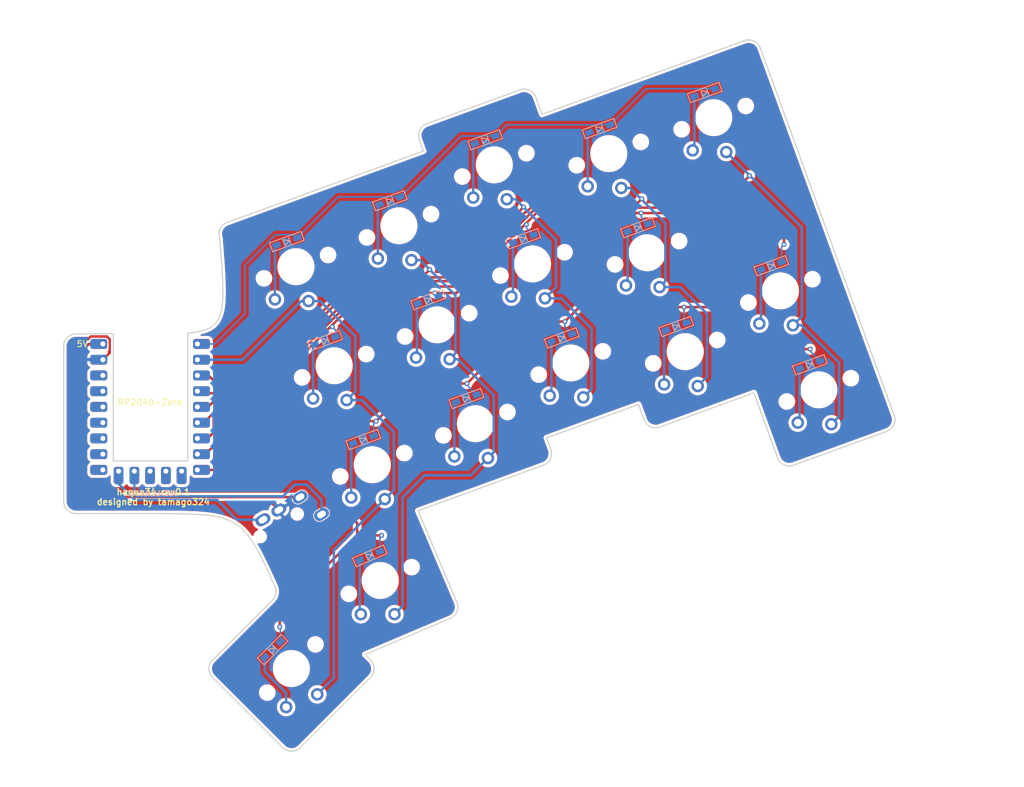
<source format=kicad_pcb>
(kicad_pcb (version 20211014) (generator pcbnew)
  (layers (0 "F.Cu" signal) (31 "B.Cu" signal) (34 "B.Paste" user) (35 "F.Paste" user) (36 "B.SilkS" user "B.Silkscreen") (37 "F.SilkS" user "F.Silkscreen") (38 "B.Mask" user) (39 "F.Mask" user) (44 "Edge.Cuts" user))
  (net 0 "")
  (net 1 "row0")
  (net 2 "Net-(D1-Pad2)")
  (net 3 "Net-(D2-Pad2)")
  (net 4 "Net-(D3-Pad2)")
  (net 5 "Net-(D4-Pad2)")
  (net 6 "Net-(D5-Pad2)")
  (net 7 "row1")
  (net 8 "Net-(D11-Pad2)")
  (net 9 "Net-(D12-Pad2)")
  (net 10 "Net-(D13-Pad2)")
  (net 11 "Net-(D14-Pad2)")
  (net 12 "Net-(D15-Pad2)")
  (net 13 "row2")
  (net 14 "row3")
  (net 15 "data-tx-r")
  (net 16 "data-rx-r")
  (net 17 "GND")
  (net 18 "VCC")
  (net 28 "col2")
  (net 29 "col3")
  (net 30 "col4")
  (net 31 "col1")
  (net 32 "col0")
  (net 34 "Net-(D6-Pad2)")
  (net 35 "Net-(D7-Pad2)")
  (net 36 "Net-(D8-Pad2)")
  (net 37 "Net-(D9-Pad2)")
  (net 38 "Net-(D10-Pad2)")
  (net 39 "Net-(D16-Pad2)")
  (net 40 "Net-(D17-Pad2)")
  (footprint "haqua34:SW_Choc_V2" (layer "F.Cu") (at 110.851843 37.482593 20)
    (fp_text reference "SW4" hide)
    (fp_text value "SW_PUSH")
    (pad "" np_thru_hole circle (at -5.5 0 200) (size 1.7 1.7) (drill 1.7) (layers *.Cu *.Mask))
    (pad "" np_thru_hole circle (at 5.5 0 200) (size 1.7 1.7) (drill 1.7) (layers *.Cu *.Mask))
    (pad "" np_thru_hole circle (at 0 0 200) (size 5 5) (drill 5) (layers F&B.Cu *.Mask))
    (pad "1" thru_hole circle (at 0 5.9 290) (size 2 2) (drill 1.2) (layers *.Cu *.Mask) (net 29 "col3"))
    (pad "2" thru_hole circle (at -5 3.8 200) (size 2 2) (drill 1.2) (layers *.Cu *.Mask) (net 5 "Net-(D4-Pad2)"))
  )
  (footprint "haqua34:Diode_SMD" (layer "F.Cu") (at 75.557046 45.082086 -160)
    (fp_text reference "D2" hide)
    (fp_text value "D" hide)
    (pad "1" smd rect (at -1.775 0 200) (size 1.3 0.95) (layers "B.Cu" "B.Paste" "B.Mask") (net 1 "row0"))
    (pad "2" smd rect (at 1.775 0 200) (size 1.3 0.95) (layers "B.Cu" "B.Paste" "B.Mask") (net 3 "Net-(D2-Pad2)"))
  )
  (footprint "haqua34:SW_Choc_V2" (layer "F.Cu") (at 144.725 75.6 20)
    (fp_text reference "SW15" hide)
    (fp_text value "SW_PUSH")
    (pad "" np_thru_hole circle (at 0 0 200) (size 5 5) (drill 5) (layers F&B.Cu *.Mask))
    (pad "" np_thru_hole circle (at -5.5 0 200) (size 1.7 1.7) (drill 1.7) (layers *.Cu *.Mask))
    (pad "" np_thru_hole circle (at 5.5 0 200) (size 1.7 1.7) (drill 1.7) (layers *.Cu *.Mask))
    (pad "1" thru_hole circle (at 0 5.9 290) (size 2 2) (drill 1.2) (layers *.Cu *.Mask) (net 30 "col4"))
    (pad "2" thru_hole circle (at -5 3.8 200) (size 2 2) (drill 1.2) (layers *.Cu *.Mask) (net 12 "Net-(D15-Pad2)"))
  )
  (footprint "haqua34:MJ-4PP-9" (layer "F.Cu") (at 53.377559 100.066238 121.5)
    (fp_text reference "J1" hide)
    (fp_text value "MJ-4PP-9" hide)
    (pad "" np_thru_hole circle (at 0 8.5 121.5) (size 1.2 1.2) (drill 1.2) (layers F&B.Cu *.Mask))
    (pad "" np_thru_hole circle (at 0 1.5 121.5) (size 1.2 1.2) (drill 1.2) (layers F&B.Cu *.Mask))
    (pad "A" thru_hole oval (at -2.1 11.8 121.5) (size 1.7 2.5) (drill oval 1 1.5) (layers *.Cu *.Mask) (net 15 "data-tx-r") (clearance 0.15))
    (pad "B" thru_hole oval (at 2.1 3.3 121.5) (size 1.7 2.5) (drill oval 1 1.5) (layers *.Cu *.Mask) (net 16 "data-rx-r"))
    (pad "C" thru_hole oval (at 2.1 6.3 121.5) (size 1.7 2.5) (drill oval 1 1.5) (layers *.Cu *.Mask) (net 17 "GND"))
    (pad "D" thru_hole oval (at 2.1 10.3 121.5) (size 1.7 2.5) (drill oval 1 1.5) (layers *.Cu *.Mask) (net 18 "VCC") (clearance 0.15))
  )
  (footprint "haqua34:SW_Choc_V2" (layer "F.Cu") (at 92.4 39.3 20)
    (fp_text reference "SW3" hide)
    (fp_text value "SW_PUSH")
    (pad "" np_thru_hole circle (at 0 0 200) (size 5 5) (drill 5) (layers F&B.Cu *.Mask))
    (pad "" np_thru_hole circle (at -5.5 0 200) (size 1.7 1.7) (drill 1.7) (layers *.Cu *.Mask))
    (pad "" np_thru_hole circle (at 5.5 0 200) (size 1.7 1.7) (drill 1.7) (layers *.Cu *.Mask))
    (pad "1" thru_hole circle (at 0 5.9 290) (size 2 2) (drill 1.2) (layers *.Cu *.Mask) (net 28 "col2"))
    (pad "2" thru_hole circle (at -5 3.8 200) (size 2 2) (drill 1.2) (layers *.Cu *.Mask) (net 4 "Net-(D3-Pad2)"))
  )
  (footprint "haqua34:Diode_SMD" (layer "F.Cu") (at 115.557046 49.432086 -160)
    (fp_text reference "D9" hide)
    (fp_text value "D" hide)
    (pad "1" smd rect (at -1.775 0 200) (size 1.3 0.95) (layers "B.Cu" "B.Paste" "B.Mask") (net 7 "row1"))
    (pad "2" smd rect (at 1.775 0 200) (size 1.3 0.95) (layers "B.Cu" "B.Paste" "B.Mask") (net 37 "Net-(D9-Pad2)"))
  )
  (footprint "haqua34:SW_Choc_V2" (layer "F.Cu") (at 59.678287 120.553287 45)
    (fp_text reference "SW16" hide)
    (fp_text value "SW_PUSH")
    (pad "" np_thru_hole circle (at 5.5 0 225) (size 1.7 1.7) (drill 1.7) (layers *.Cu *.Mask))
    (pad "" np_thru_hole circle (at -5.5 0 225) (size 1.7 1.7) (drill 1.7) (layers *.Cu *.Mask))
    (pad "" np_thru_hole circle (at 0 0 225) (size 5 5) (drill 5) (layers F&B.Cu *.Mask))
    (pad "1" thru_hole circle (at 0 5.9 315) (size 2 2) (drill 1.2) (layers *.Cu *.Mask) (net 32 "col0"))
    (pad "2" thru_hole circle (at -5 3.8 225) (size 2 2) (drill 1.2) (layers *.Cu *.Mask) (net 39 "Net-(D16-Pad2)"))
  )
  (footprint "haqua34:Diode_SMD" (layer "F.Cu") (at 137.05 55.575 -160)
    (fp_text reference "D10" hide)
    (fp_text value "D" hide)
    (pad "1" smd rect (at -1.775 0 200) (size 1.3 0.95) (layers "B.Cu" "B.Paste" "B.Mask") (net 7 "row1"))
    (pad "2" smd rect (at 1.775 0 200) (size 1.3 0.95) (layers "B.Cu" "B.Paste" "B.Mask") (net 38 "Net-(D10-Pad2)"))
  )
  (footprint "haqua34:Diode_SMD" (layer "F.Cu") (at 97.075 51.225 -160)
    (fp_text reference "D8" hide)
    (fp_text value "D" hide)
    (pad "1" smd rect (at -1.775 0 200) (size 1.3 0.95) (layers "B.Cu" "B.Paste" "B.Mask") (net 7 "row1"))
    (pad "2" smd rect (at 1.775 0 200) (size 1.3 0.95) (layers "B.Cu" "B.Paste" "B.Mask") (net 36 "Net-(D8-Pad2)"))
  )
  (footprint "haqua34:Diode_SMD" (layer "F.Cu") (at 103.275 67.2 -160)
    (fp_text reference "D13" hide)
    (fp_text value "D" hide)
    (pad "1" smd rect (at -1.775 0 200) (size 1.3 0.95) (layers "B.Cu" "B.Paste" "B.Mask") (net 13 "row2"))
    (pad "2" smd rect (at 1.775 0 200) (size 1.3 0.95) (layers "B.Cu" "B.Paste" "B.Mask") (net 10 "Net-(D13-Pad2)"))
  )
  (footprint "haqua34:SW_Choc_V2" (layer "F.Cu") (at 98.551843 55.282593 20)
    (fp_text reference "SW8" hide)
    (fp_text value "SW_PUSH")
    (pad "" np_thru_hole circle (at -5.5 0 200) (size 1.7 1.7) (drill 1.7) (layers *.Cu *.Mask))
    (pad "" np_thru_hole circle (at 0 0 200) (size 5 5) (drill 5) (layers F&B.Cu *.Mask))
    (pad "" np_thru_hole circle (at 5.5 0 200) (size 1.7 1.7) (drill 1.7) (layers *.Cu *.Mask))
    (pad "1" thru_hole circle (at 0 5.9 290) (size 2 2) (drill 1.2) (layers *.Cu *.Mask) (net 28 "col2"))
    (pad "2" thru_hole circle (at -5 3.8 200) (size 2 2) (drill 1.2) (layers *.Cu *.Mask) (net 36 "Net-(D8-Pad2)"))
  )
  (footprint "haqua34:SW_Choc_V2" (layer "F.Cu") (at 138.526843 59.632593 20)
    (fp_text reference "SW10" hide)
    (fp_text value "SW_PUSH")
    (pad "" np_thru_hole circle (at 5.5 0 200) (size 1.7 1.7) (drill 1.7) (layers *.Cu *.Mask))
    (pad "" np_thru_hole circle (at 0 0 200) (size 5 5) (drill 5) (layers F&B.Cu *.Mask))
    (pad "" np_thru_hole circle (at -5.5 0 200) (size 1.7 1.7) (drill 1.7) (layers *.Cu *.Mask))
    (pad "1" thru_hole circle (at 0 5.9 290) (size 2 2) (drill 1.2) (layers *.Cu *.Mask) (net 30 "col4"))
    (pad "2" thru_hole circle (at -5 3.8 200) (size 2 2) (drill 1.2) (layers *.Cu *.Mask) (net 38 "Net-(D10-Pad2)"))
  )
  (footprint "haqua34:SW_Choc_V2" (layer "F.Cu") (at 127.776843 31.682593 20)
    (fp_text reference "SW5" hide)
    (fp_text value "SW_PUSH")
    (pad "" np_thru_hole circle (at 5.5 0 200) (size 1.7 1.7) (drill 1.7) (layers *.Cu *.Mask))
    (pad "" np_thru_hole circle (at 0 0 200) (size 5 5) (drill 5) (layers F&B.Cu *.Mask))
    (pad "" np_thru_hole circle (at -5.5 0 200) (size 1.7 1.7) (drill 1.7) (layers *.Cu *.Mask))
    (pad "1" thru_hole circle (at 0 5.9 290) (size 2 2) (drill 1.2) (layers *.Cu *.Mask) (net 30 "col4"))
    (pad "2" thru_hole circle (at -5 3.8 200) (size 2 2) (drill 1.2) (layers *.Cu *.Mask) (net 6 "Net-(D5-Pad2)"))
  )
  (footprint "haqua34:SW_Choc_V2" (layer "F.Cu") (at 117.025 53.475 20)
    (fp_text reference "SW9" hide)
    (fp_text value "SW_PUSH")
    (pad "" np_thru_hole circle (at 0 0 200) (size 5 5) (drill 5) (layers F&B.Cu *.Mask))
    (pad "" np_thru_hole circle (at 5.5 0 200) (size 1.7 1.7) (drill 1.7) (layers *.Cu *.Mask))
    (pad "" np_thru_hole circle (at -5.5 0 200) (size 1.7 1.7) (drill 1.7) (layers *.Cu *.Mask))
    (pad "1" thru_hole circle (at 0 5.9 290) (size 2 2) (drill 1.2) (layers *.Cu *.Mask) (net 29 "col3"))
    (pad "2" thru_hole circle (at -5 3.8 200) (size 2 2) (drill 1.2) (layers *.Cu *.Mask) (net 37 "Net-(D9-Pad2)"))
  )
  (footprint "haqua34:Diode_SMD" (layer "F.Cu") (at 65.125 67.65 -160)
    (fp_text reference "D6" hide)
    (fp_text value "D" hide)
    (pad "1" smd rect (at -1.775 0 200) (size 1.3 0.95) (layers "B.Cu" "B.Paste" "B.Mask") (net 7 "row1"))
    (pad "2" smd rect (at 1.775 0 200) (size 1.3 0.95) (layers "B.Cu" "B.Paste" "B.Mask") (net 34 "Net-(D6-Pad2)"))
  )
  (footprint "haqua34:Diode_SMD" (layer "F.Cu") (at 90.925 35.25 -160)
    (fp_text reference "D3" hide)
    (fp_text value "D" hide)
    (pad "1" smd rect (at -1.775 0 200) (size 1.3 0.95) (layers "B.Cu" "B.Paste" "B.Mask") (net 1 "row0"))
    (pad "2" smd rect (at 1.775 0 200) (size 1.3 0.95) (layers "B.Cu" "B.Paste" "B.Mask") (net 4 "Net-(D3-Pad2)"))
  )
  (footprint "haqua34:Diode_SMD" (layer "F.Cu") (at 143.275 71.55 -160)
    (fp_text reference "D15" hide)
    (fp_text value "D" hide)
    (pad "1" smd rect (at -1.775 0 200) (size 1.3 0.95) (layers "B.Cu" "B.Paste" "B.Mask") (net 13 "row2"))
    (pad "2" smd rect (at 1.775 0 200) (size 1.3 0.95) (layers "B.Cu" "B.Paste" "B.Mask") (net 12 "Net-(D15-Pad2)"))
  )
  (footprint "haqua34:Diode_SMD" (layer "F.Cu") (at 71.275 83.625 -160)
    (fp_text reference "D11" hide)
    (fp_text value "D" hide)
    (pad "1" smd rect (at -1.775 0 200) (size 1.3 0.95) (layers "B.Cu" "B.Paste" "B.Mask") (net 13 "row2"))
    (pad "2" smd rect (at 1.775 0 200) (size 1.3 0.95) (layers "B.Cu" "B.Paste" "B.Mask") (net 8 "Net-(D11-Pad2)"))
  )
  (footprint "haqua34:SW_Choc_V2" (layer "F.Cu") (at 83.176843 65.107593 20)
    (fp_text reference "SW7" hide)
    (fp_text value "SW_PUSH")
    (pad "" np_thru_hole circle (at -5.5 0 200) (size 1.7 1.7) (drill 1.7) (layers *.Cu *.Mask))
    (pad "" np_thru_hole circle (at 5.5 0 200) (size 1.7 1.7) (drill 1.7) (layers *.Cu *.Mask))
    (pad "" np_thru_hole circle (at 0 0 200) (size 5 5) (drill 5) (layers F&B.Cu *.Mask))
    (pad "1" thru_hole circle (at 0 5.9 290) (size 2 2) (drill 1.2) (layers *.Cu *.Mask) (net 31 "col1"))
    (pad "2" thru_hole circle (at -5 3.8 200) (size 2 2) (drill 1.2) (layers *.Cu *.Mask) (net 35 "Net-(D7-Pad2)"))
  )
  (footprint "haqua34:Diode_SMD" (layer "F.Cu") (at 109.375 33.45 -160)
    (fp_text reference "D4" hide)
    (fp_text value "D" hide)
    (pad "1" smd rect (at -1.775 0 200) (size 1.3 0.95) (layers "B.Cu" "B.Paste" "B.Mask") (net 1 "row0"))
    (pad "2" smd rect (at 1.775 0 200) (size 1.3 0.95) (layers "B.Cu" "B.Paste" "B.Mask") (net 5 "Net-(D4-Pad2)"))
  )
  (footprint "haqua34:Diode_SMD" (layer "F.Cu") (at 58.95 51.675 -160)
    (fp_text reference "D1" hide)
    (fp_text value "D" hide)
    (pad "1" smd rect (at -1.775 0 200) (size 1.3 0.95) (layers "B.Cu" "B.Paste" "B.Mask") (net 1 "row0"))
    (pad "2" smd rect (at 1.775 0 200) (size 1.3 0.95) (layers "B.Cu" "B.Paste" "B.Mask") (net 2 "Net-(D1-Pad2)"))
  )
  (footprint "haqua34:SW_Choc_V2" (layer "F.Cu") (at 89.351843 81.057593 20)
    (fp_text reference "SW12" hide)
    (fp_text value "SW_PUSH")
    (pad "" np_thru_hole circle (at 0 0 200) (size 5 5) (drill 5) (layers F&B.Cu *.Mask))
    (pad "" np_thru_hole circle (at 5.5 0 200) (size 1.7 1.7) (drill 1.7) (layers *.Cu *.Mask))
    (pad "" np_thru_hole circle (at -5.5 0 200) (size 1.7 1.7) (drill 1.7) (layers *.Cu *.Mask))
    (pad "1" thru_hole circle (at 0 5.9 290) (size 2 2) (drill 1.2) (layers *.Cu *.Mask) (net 31 "col1"))
    (pad "2" thru_hole circle (at -5 3.8 200) (size 2 2) (drill 1.2) (layers *.Cu *.Mask) (net 9 "Net-(D12-Pad2)"))
  )
  (footprint "haqua34:Diode_SMD" (layer "F.Cu") (at 81.725 61.05 -160)
    (fp_text reference "D7" hide)
    (fp_text value "D" hide)
    (pad "1" smd rect (at -1.775 0 200) (size 1.3 0.95) (layers "B.Cu" "B.Paste" "B.Mask") (net 7 "row1"))
    (pad "2" smd rect (at 1.775 0 200) (size 1.3 0.95) (layers "B.Cu" "B.Paste" "B.Mask") (net 35 "Net-(D7-Pad2)"))
  )
  (footprint "haqua34:SW_Choc_V2" (layer "F.Cu") (at 104.726843 71.257593 20)
    (fp_text reference "SW13" hide)
    (fp_text value "SW_PUSH")
    (pad "" np_thru_hole circle (at 0 0 200) (size 5 5) (drill 5) (layers F&B.Cu *.Mask))
    (pad "" np_thru_hole circle (at -5.5 0 200) (size 1.7 1.7) (drill 1.7) (layers *.Cu *.Mask))
    (pad "" np_thru_hole circle (at 5.5 0 200) (size 1.7 1.7) (drill 1.7) (layers *.Cu *.Mask))
    (pad "1" thru_hole circle (at 0 5.9 290) (size 2 2) (drill 1.2) (layers *.Cu *.Mask) (net 28 "col2"))
    (pad "2" thru_hole circle (at -5 3.8 200) (size 2 2) (drill 1.2) (layers *.Cu *.Mask) (net 10 "Net-(D13-Pad2)"))
  )
  (footprint "haqua34:RP2040-Zero" (layer "F.Cu") (at 26.744 91.05)
    (fp_text reference "RZ1")
    (fp_text value "RP2040-Zero" (at 10.16 -13.45 unlocked) (layer "F.SilkS"))
    (fp_text user "5V" (at -0.762 -22.86 unlocked) (layer "F.SilkS"))
    (pad "1" thru_hole roundrect (at 17.78 -22.86) (size 2.732 1.6) (drill 0.8 (offset 0.666 0)) (layers *.Cu "F.Mask") (net 1 "row0"))
    (pad "2" thru_hole roundrect (at 17.78 -20.32) (size 2.732 1.6) (drill 0.8 (offset 0.666 0)) (layers *.Cu "F.Mask") (net 32 "col0"))
    (pad "3" thru_hole roundrect (at 17.78 -17.78) (size 2.732 1.6) (drill 0.8 (offset 0.666 0)) (layers *.Cu "F.Mask") (net 31 "col1"))
    (pad "4" thru_hole roundrect (at 17.78 -15.24) (size 2.732 1.6) (drill 0.8 (offset 0.666 0)) (layers *.Cu "F.Mask") (net 28 "col2"))
    (pad "5" thru_hole roundrect (at 17.78 -12.7) (size 2.732 1.6) (drill 0.8 (offset 0.666 0)) (layers *.Cu "F.Mask") (net 29 "col3"))
    (pad "6" thru_hole roundrect (at 17.78 -10.16) (size 2.732 1.6002) (drill 0.8 (offset 0.666 0)) (layers *.Cu "F.Mask") (net 30 "col4"))
    (pad "7" thru_hole roundrect (at 17.78 -7.62) (size 2.732 1.6002) (drill 0.8 (offset 0.666 0)) (layers *.Cu "F.Mask") (net 7 "row1"))
    (pad "8" thru_hole roundrect (at 17.78 -5.08) (size 2.732 1.6002) (drill 0.8 (offset 0.666 0)) (layers *.Cu "F.Mask") (net 13 "row2"))
    (pad "9" thru_hole roundrect (at 17.78 -2.54) (size 2.732 1.6002) (drill 0.8 (offset 0.666 0)) (layers *.Cu "F.Mask") (net 14 "row3"))
    (pad "10" thru_hole roundrect (at 15.24 -2.33) (size 1.6 2.776) (drill 0.8 (offset 0 0.688)) (layers *.Cu "F.Mask"))
    (pad "11" thru_hole roundrect (at 12.7 -2.33) (size 1.5748 2.776) (drill 0.8 (offset 0 0.688)) (layers *.Cu "F.Mask"))
    (pad "12" thru_hole roundrect (at 10.16 -2.33) (size 1.5748 2.776) (drill 0.8 (offset 0 0.688)) (layers *.Cu "F.Mask"))
    (pad "13" thru_hole roundrect (at 7.62 -2.33) (size 1.5748 2.776) (drill 0.8 (offset 0 0.688)) (layers *.Cu "F.Mask") (net 15 "data-tx-r"))
    (pad "14" thru_hole roundrect (at 5.08 -2.33) (size 1.5748 2.776) (drill 0.8 (offset 0 0.688)) (layers *.Cu "F.Mask") (net 16 "data-rx-r"))
    (pad "15" thru_hole roundrect (at 2.54 -2.54) (size 2.732 1.6002) (drill 0.8 (offset -0.666 0)) (layers *.Cu "F.Mask"))
    (pad "16" thru_hole roundrect (at 2.54 -5.08) (size 2.732 1.6002) (drill 0.8 (offset -0.666 0)) (layers *.Cu "F.Mask"))
    (pad "17" thru_hole roundrect (at 2.54 -7.62) (size 2.732 1.6002) (drill 0.8 (offset -0.666 0)) (layers *.Cu "F.Mask"))
    (pad "18" thru_hole roundrect (at 2.54 -10.16) (size 2.732 1.6002) (drill 0.8 (offset -0.666 0)) (layers *.Cu "F.Mask"))
    (pad "19" thru_hole roundrect (at 2.54 -12.7) (size 2.732 1.6002) (drill 0.8 (offset -0.666 0)) (layers *.Cu "F.Mask"))
    (pad "20" thru_hole roundrect (at 2.54 -15.24) (size 2.732 1.6002) (drill 0.8 (offset -0.666 0)) (layers *.Cu "F.Mask"))
    (pad "21" thru_hole roundrect (at 2.54 -17.78) (size 2.732 1.6002) (drill 0.8 (offset -0.666 0)) (layers *.Cu "F.Mask"))
    (pad "22" thru_hole roundrect (at 2.54 -20.32) (size 2.732 1.6002) (drill 0.8 (offset -0.666 0)) (layers *.Cu "F.Mask") (net 17 "GND"))
    (pad "23" thru_hole roundrect (at 2.54 -22.86) (size 2.732 1.6002) (drill 0.8 (offset -0.666 0)) (layers *.Cu "F.Mask") (net 18 "VCC"))
  )
  (footprint "haqua34:Diode_SMD" (layer "F.Cu") (at 121.725 65.375 -160)
    (fp_text reference "D14" hide)
    (fp_text value "D" hide)
    (pad "1" smd rect (at -1.775 0 200) (size 1.3 0.95) (layers "B.Cu" "B.Paste" "B.Mask") (net 13 "row2"))
    (pad "2" smd rect (at 1.775 0 200) (size 1.3 0.95) (layers "B.Cu" "B.Paste" "B.Mask") (net 11 "Net-(D14-Pad2)"))
  )
  (footprint "haqua34:Diode_SMD" (layer "F.Cu") (at 72.325 102.375 -157)
    (fp_text reference "D17" hide)
    (fp_text value "D" hide)
    (pad "1" smd rect (at -1.775 0 203) (size 1.3 0.95) (layers "B.Cu" "B.Paste" "B.Mask") (net 14 "row3"))
    (pad "2" smd rect (at 1.775 0 203) (size 1.3 0.95) (layers "B.Cu" "B.Paste" "B.Mask") (net 40 "Net-(D17-Pad2)"))
  )
  (footprint "haqua34:Diode_SMD" (layer "F.Cu") (at 56.65 117.5 -135)
    (fp_text reference "D16" hide)
    (fp_text value "D" hide)
    (pad "1" smd rect (at -1.775 0 225) (size 1.3 0.95) (layers "B.Cu" "B.Paste" "B.Mask") (net 14 "row3"))
    (pad "2" smd rect (at 1.775 0 225) (size 1.3 0.95) (layers "B.Cu" "B.Paste" "B.Mask") (net 39 "Net-(D16-Pad2)"))
  )
  (footprint "haqua34:SW_Choc_V2" (layer "F.Cu") (at 74 106.35 23)
    (fp_text reference "SW17" hide)
    (fp_text value "SW_PUSH")
    (pad "" np_thru_hole circle (at -5.5 0 203) (size 1.7 1.7) (drill 1.7) (layers *.Cu *.Mask))
    (pad "" np_thru_hole circle (at 0 0 203) (size 5 5) (drill 5) (layers F&B.Cu *.Mask))
    (pad "" np_thru_hole circle (at 5.5 0 203) (size 1.7 1.7) (drill 1.7) (layers *.Cu *.Mask))
    (pad "1" thru_hole circle (at 0 5.9 293) (size 2 2) (drill 1.2) (layers *.Cu *.Mask) (net 31 "col1"))
    (pad "2" thru_hole circle (at -5 3.8 203) (size 2 2) (drill 1.2) (layers *.Cu *.Mask) (net 40 "Net-(D17-Pad2)"))
  )
  (footprint "haqua34:SW_Choc_V2" (layer "F.Cu") (at 77.025 49.125 20)
    (fp_text reference "SW2" hide)
    (fp_text value "SW_PUSH")
    (pad "" np_thru_hole circle (at 0 0 200) (size 5 5) (drill 5) (layers F&B.Cu *.Mask))
    (pad "" np_thru_hole circle (at -5.5 0 200) (size 1.7 1.7) (drill 1.7) (layers *.Cu *.Mask))
    (pad "" np_thru_hole circle (at 5.5 0 200) (size 1.7 1.7) (drill 1.7) (layers *.Cu *.Mask))
    (pad "1" thru_hole circle (at 0 5.9 290) (size 2 2) (drill 1.2) (layers *.Cu *.Mask) (net 31 "col1"))
    (pad "2" thru_hole circle (at -5 3.8 200) (size 2 2) (drill 1.2) (layers *.Cu *.Mask) (net 3 "Net-(D2-Pad2)"))
  )
  (footprint "haqua34:SW_Choc_V2" (layer "F.Cu") (at 60.425 55.725 20)
    (fp_text reference "SW1" hide)
    (fp_text value "SW_PUSH")
    (pad "" np_thru_hole circle (at 5.5 0 200) (size 1.7 1.7) (drill 1.7) (layers *.Cu *.Mask))
    (pad "" np_thru_hole circle (at -5.5 0 200) (size 1.7 1.7) (drill 1.7) (layers *.Cu *.Mask))
    (pad "" np_thru_hole circle (at 0 0 200) (size 5 5) (drill 5) (layers F&B.Cu *.Mask))
    (pad "1" thru_hole circle (at 0 5.9 290) (size 2 2) (drill 1.2) (layers *.Cu *.Mask) (net 32 "col0"))
    (pad "2" thru_hole circle (at -5 3.8 200) (size 2 2) (drill 1.2) (layers *.Cu *.Mask) (net 2 "Net-(D1-Pad2)"))
  )
  (footprint "haqua34:Diode_SMD" (layer "F.Cu") (at 87.9 77 -160)
    (fp_text reference "D12" hide)
    (fp_text value "D" hide)
    (pad "1" smd rect (at -1.775 0 200) (size 1.3 0.95) (layers "B.Cu" "B.Paste" "B.Mask") (net 13 "row2"))
    (pad "2" smd rect (at 1.775 0 200) (size 1.3 0.95) (layers "B.Cu" "B.Paste" "B.Mask") (net 9 "Net-(D12-Pad2)"))
  )
  (footprint "haqua34:Diode_SMD" (layer "F.Cu") (at 126.325 27.625 -160)
    (fp_text reference "D5" hide)
    (fp_text value "D" hide)
    (pad "1" smd rect (at -1.775 0 200) (size 1.3 0.95) (layers "B.Cu" "B.Paste" "B.Mask") (net 1 "row0"))
    (pad "2" smd rect (at 1.775 0 200) (size 1.3 0.95) (layers "B.Cu" "B.Paste" "B.Mask") (net 6 "Net-(D5-Pad2)"))
  )
  (footprint "haqua34:SW_Choc_V2" (layer "F.Cu") (at 123.176843 69.432593 20)
    (fp_text reference "SW14" hide)
    (fp_text value "SW_PUSH")
    (pad "" np_thru_hole circle (at 5.5 0 200) (size 1.7 1.7) (drill 1.7) (layers *.Cu *.Mask))
    (pad "" np_thru_hole circle (at 0 0 200) (size 5 5) (drill 5) (layers F&B.Cu *.Mask))
    (pad "" np_thru_hole circle (at -5.5 0 200) (size 1.7 1.7) (drill 1.7) (layers *.Cu *.Mask))
    (pad "1" thru_hole circle (at 0 5.9 290) (size 2 2) (drill 1.2) (layers *.Cu *.Mask) (net 29 "col3"))
    (pad "2" thru_hole circle (at -5 3.8 200) (size 2 2) (drill 1.2) (layers *.Cu *.Mask) (net 11 "Net-(D14-Pad2)"))
  )
  (footprint "haqua34:SW_Choc_V2" (layer "F.Cu") (at 66.576843 71.707593 20)
    (fp_text reference "SW6" hide)
    (fp_text value "SW_PUSH")
    (pad "" np_thru_hole circle (at -5.5 0 200) (size 1.7 1.7) (drill 1.7) (layers *.Cu *.Mask))
    (pad "" np_thru_hole circle (at 0 0 200) (size 5 5) (drill 5) (layers F&B.Cu *.Mask))
    (pad "" np_thru_hole circle (at 5.5 0 200) (size 1.7 1.7) (drill 1.7) (layers *.Cu *.Mask))
    (pad "1" thru_hole circle (at 0 5.9 290) (size 2 2) (drill 1.2) (layers *.Cu *.Mask) (net 32 "col0"))
    (pad "2" thru_hole circle (at -5 3.8 200) (size 2 2) (drill 1.2) (layers *.Cu *.Mask) (net 34 "Net-(D6-Pad2)"))
  )
  (footprint "haqua34:SW_Choc_V2" (layer "F.Cu") (at 72.726843 87.682593 20)
    (fp_text reference "SW11" hide)
    (fp_text value "SW_PUSH")
    (pad "" np_thru_hole circle (at -5.5 0 200) (size 1.7 1.7) (drill 1.7) (layers *.Cu *.Mask))
    (pad "" np_thru_hole circle (at 5.5 0 200) (size 1.7 1.7) (drill 1.7) (layers *.Cu *.Mask))
    (pad "" np_thru_hole circle (at 0 0 200) (size 5 5) (drill 5) (layers F&B.Cu *.Mask))
    (pad "1" thru_hole circle (at 0 5.9 290) (size 2 2) (drill 1.2) (layers *.Cu *.Mask) (net 32 "col0"))
    (pad "2" thru_hole circle (at -5 3.8 200) (size 2 2) (drill 1.2) (layers *.Cu *.Mask) (net 8 "Net-(D11-Pad2)"))
  )
  (gr_arc (start 72.434061 119.16394) (mid 73.019849 120.578154) (end 72.434061 121.992367) (layer "Edge.Cuts") (width 0.2))
  (gr_line (start 42.962618 87.0644) (end 30.962618 87.0644) (layer "Edge.Cuts") (width 0.2))
  (gr_line (start 46.978217 119.16394) (end 56.609661 109.532496) (layer "Edge.Cuts") (width 0.2))
  (gr_line (start 100.091831 31.13506) (end 99.092437 28.389247) (layer "Edge.Cuts") (width 0.2))
  (gr_line (start 30.962618 66.5644) (end 24.957877 66.5644) (layer "Edge.Cuts") (width 0.2))
  (gr_line (start 22.957877 93.5644) (end 22.957877 68.5644) (layer "Edge.Cuts") (width 0.2))
  (gr_line (start 134.252283 76.074222) (end 119.100616 81.588977) (layer "Edge.Cuts") (width 0.2))
  (gr_arc (start 46.978217 121.992367) (mid 46.392432 120.578154) (end 46.978217 119.16394) (layer "Edge.Cuts") (width 0.2))
  (gr_line (start 155.667437 82.283394) (end 140.632355 87.755716) (layer "Edge.Cuts") (width 0.2))
  (gr_line (start 115.64772 77.949832) (end 100.832484 83.342137) (layer "Edge.Cuts") (width 0.2))
  (gr_arc (start 57.019406 107.297809) (mid 57.162663 108.478989) (end 56.609661 109.532496) (layer "Edge.Cuts") (width 0.2))
  (gr_curve (pts (xy 36.957877 95.5644) (xy 51.263298 95.5644) (xy 51.741349 95.5644) (xy 57.019406 107.297809)) (layer "Edge.Cuts") (width 0.2))
  (gr_line (start 100.832484 83.342137) (end 101.502108 85.181915) (layer "Edge.Cuts") (width 0.2))
  (gr_line (start 100.306763 87.74534) (end 80.1 95.1) (layer "Edge.Cuts") (width 0.2))
  (gr_line (start 85.29727 112.462608) (end 79.505257 114.921171) (layer "Edge.Cuts") (width 0.2))
  (gr_line (start 96.529012 27.193903) (end 81.49393 32.666225) (layer "Edge.Cuts") (width 0.2))
  (gr_arc (start 80.298585 35.22965) (mid 80.365353 33.700364) (end 81.49393 32.666225) (layer "Edge.Cuts") (width 0.2))
  (gr_arc (start 86.356817 109.840136) (mid 86.37018 111.370814) (end 85.29727 112.462608) (layer "Edge.Cuts") (width 0.2))
  (gr_curve (pts (xy 48.133765 51.148544) (xy 49.091197 63.496135) (xy 49.281757 65.953714) (xy 42.962618 66.442853)) (layer "Edge.Cuts") (width 0.2))
  (gr_line (start 72.434061 121.992367) (end 61.120353 133.306076) (layer "Edge.Cuts") (width 0.2))
  (gr_arc (start 61.120353 133.306076) (mid 59.70614 133.891862) (end 58.291926 133.306076) (layer "Edge.Cuts") (width 0.2))
  (gr_arc (start 119.100616 81.588977) (mid 117.571366 81.522181) (end 116.53719 80.393632) (layer "Edge.Cuts") (width 0.2))
  (gr_line (start 36.957877 95.5644) (end 24.957877 95.5644) (layer "Edge.Cuts") (width 0.2))
  (gr_line (start 138.068929 86.560371) (end 134.252283 76.074222) (layer "Edge.Cuts") (width 0.2))
  (gr_line (start 79.505257 114.921171) (end 71.562706 118.292585) (layer "Edge.Cuts") (width 0.2))
  (gr_line (start 58.291926 133.306076) (end 46.978217 121.992367) (layer "Edge.Cuts") (width 0.2))
  (gr_line (start 116.53719 80.393632) (end 115.64772 77.949832) (layer "Edge.Cuts") (width 0.2))
  (gr_arc (start 48.133765 51.148544) (mid 48.200535 49.619272) (end 49.32911 48.585119) (layer "Edge.Cuts") (width 0.2))
  (gr_arc (start 156.862782 79.719968) (mid 156.796011 81.24924) (end 155.667437 82.283394) (layer "Edge.Cuts") (width 0.2))
  (gr_line (start 132.727568 19.256623) (end 100.091831 31.13506) (layer "Edge.Cuts") (width 0.2))
  (gr_line (start 71.562706 118.292585) (end 72.434061 119.16394) (layer "Edge.Cuts") (width 0.2))
  (gr_arc (start 96.529012 27.193903) (mid 98.058273 27.260691) (end 99.092437 28.389247) (layer "Edge.Cuts") (width 0.2))
  (gr_arc (start 132.727568 19.256623) (mid 134.256852 19.323385) (end 135.290993 20.451968) (layer "Edge.Cuts") (width 0.2))
  (gr_line (start 80.1 95.1) (end 86.356817 109.840136) (layer "Edge.Cuts") (width 0.2))
  (gr_line (start 80.968209 37.069428) (end 49.32911 48.585119) (layer "Edge.Cuts") (width 0.2))
  (gr_line (start 42.962618 66.442853) (end 42.962618 87.0644) (layer "Edge.Cuts") (width 0.2))
  (gr_line (start 135.290993 20.451968) (end 156.862782 79.719968) (layer "Edge.Cuts") (width 0.2))
  (gr_arc (start 22.957877 68.5644) (mid 23.543663 67.150174) (end 24.957877 66.5644) (layer "Edge.Cuts") (width 0.2))
  (gr_arc (start 140.632355 87.755716) (mid 139.103078 87.688942) (end 138.068929 86.560371) (layer "Edge.Cuts") (width 0.2))
  (gr_line (start 80.298585 35.22965) (end 80.968209 37.069428) (layer "Edge.Cuts") (width 0.2))
  (gr_arc (start 24.957877 95.5644) (mid 23.543694 94.978598) (end 22.957877 93.5644) (layer "Edge.Cuts") (width 0.2))
  (gr_arc (start 101.502108 85.181915) (mid 101.435309 86.711164) (end 100.306763 87.74534) (layer "Edge.Cuts") (width 0.2))
  (gr_line (start 30.962618 87.0644) (end 30.962618 66.5644) (layer "Edge.Cuts") (width 0.2))
  (gr_text "JLCJLCJLCJLC" (at 37.15 92.3) (layer "B.SilkS") (effects (font (size 0.8 0.8) (thickness 0.2)) (justify mirror)))
  (gr_text "haqua34 rev0.1\ndesigned by tamago324" (at 37.425 92.875) (layer "F.SilkS") (effects (font (size 1 1) (thickness 0.2))))
  (segment (start 111.042954 32.842914) (end 116.867954 27.017914) (width 0.25) (layer "B.Cu") (net 1))
  (segment (start 111.042954 32.842914) (end 94.392954 32.842914) (width 0.25) (layer "B.Cu") (net 1))
  (segment (start 87.057086 34.642914) (end 92.592954 34.642914) (width 0.25) (layer "B.Cu") (net 1))
  (segment (start 60.617954 51.067914) (end 67.210868 44.475) (width 0.25) (layer "B.Cu") (net 1))
  (segment (start 57.125 50.55) (end 52.175 55.5) (width 0.25) (layer "B.Cu") (net 1))
  (segment (start 116.867954 27.017914) (end 127.992954 27.017914) (width 0.25) (layer "B.Cu") (net 1))
  (segment (start 67.210868 44.475) (end 77.225 44.475) (width 0.25) (layer "B.Cu") (net 1))
  (segment (start 52.175 55.5) (end 52.175 63.35) (width 0.25) (layer "B.Cu") (net 1))
  (segment (start 52.175 63.35) (end 47.335 68.19) (width 0.25) (layer "B.Cu") (net 1))
  (segment (start 77.225 44.475) (end 87.057086 34.642914) (width 0.25) (layer "B.Cu") (net 1))
  (segment (start 60.10004 50.55) (end 57.125 50.55) (width 0.25) (layer "B.Cu") (net 1))
  (segment (start 60.617954 51.067914) (end 60.10004 50.55) (width 0.25) (layer "B.Cu") (net 1))
  (segment (start 47.335 68.19) (end 44.524 68.19) (width 0.25) (layer "B.Cu") (net 1))
  (segment (start 94.392954 32.842914) (end 92.592954 34.642914) (width 0.25) (layer "B.Cu") (net 1))
  (segment (start 57.026213 52.537919) (end 57.282046 52.282086) (width 0.4) (layer "B.Cu") (net 2))
  (segment (start 57.026213 61.005933) (end 57.026213 52.537919) (width 0.4) (layer "B.Cu") (net 2))
  (segment (start 73.626213 54.405933) (end 73.626213 45.952051) (width 0.4) (layer "B.Cu") (net 3))
  (segment (start 73.626213 45.952051) (end 73.889092 45.689172) (width 0.4) (layer "B.Cu") (net 3))
  (segment (start 89.001213 36.112919) (end 89.257046 35.857086) (width 0.4) (layer "B.Cu") (net 4))
  (segment (start 89.001213 44.580933) (end 89.001213 36.112919) (width 0.4) (layer "B.Cu") (net 4))
  (segment (start 107.707046 34.057086) (end 107.453056 34.311076) (width 0.4) (layer "B.Cu") (net 5))
  (segment (start 107.453056 34.311076) (end 107.453056 42.763526) (width 0.4) (layer "B.Cu") (net 5))
  (segment (start 124.657046 28.232086) (end 124.657046 36.684536) (width 0.4) (layer "B.Cu") (net 6))
  (segment (start 124.657046 36.684536) (end 124.378056 36.963526) (width 0.4) (layer "B.Cu") (net 6))
  (segment (start 44.524 83.43) (end 46.17 83.43) (width 0.4) (layer "F.Cu") (net 7))
  (segment (start 71.422056 59.975) (end 86.275 59.975) (width 0.4) (layer "F.Cu") (net 7))
  (segment (start 86.275 59.975) (end 99.175 47.075) (width 0.4) (layer "F.Cu") (net 7))
  (segment (start 99.175 47.075) (end 135.75 47.075) (width 0.4) (layer "F.Cu") (net 7))
  (segment (start 135.75 47.075) (end 139.1 50.425) (width 0.4) (layer "F.Cu") (net 7))
  (segment (start 47.15 82.45) (end 47.15 80.15) (width 0.4) (layer "F.Cu") (net 7))
  (segment (start 49.35 77.95) (end 53.447056 77.95) (width 0.4) (layer "F.Cu") (net 7))
  (segment (start 139.1 50.425) (end 139.1 52.15) (width 0.4) (layer "F.Cu") (net 7))
  (segment (start 47.15 80.15) (end 49.35 77.95) (width 0.4) (layer "F.Cu") (net 7))
  (segment (start 53.447056 77.95) (end 71.422056 59.975) (width 0.4) (layer "F.Cu") (net 7))
  (segment (start 46.17 83.43) (end 47.15 82.45) (width 0.4) (layer "F.Cu") (net 7))
  (via (at 97.564597 48.914597) (size 0.8) (drill 0.4) (layers "F.Cu" "B.Cu") (net 7))
  (via (at 82.825 59.975) (size 0.8) (drill 0.4) (layers "F.Cu" "B.Cu") (net 7))
  (via (at 66.264596 65.414596) (size 0.8) (drill 0.4) (layers "F.Cu" "B.Cu") (net 7))
  (via (at 116.075 47.075) (size 0.8) (drill 0.4) (layers "F.Cu" "B.Cu") (net 7))
  (via (at 139.1 52.15) (size 0.8) (drill 0.4) (layers "F.Cu" "B.Cu") (net 7))
  (segment (start 82.825 59.975) (end 82.92504 59.975) (width 0.25) (layer "B.Cu") (net 7))
  (segment (start 66.792954 65.942954) (end 66.792954 67.042914) (width 0.25) (layer "B.Cu") (net 7))
  (segment (start 97.564597 49.439557) (end 98.742954 50.617914) (width 0.25) (layer "B.Cu") (net 7))
  (segment (start 138.717954 54.967914) (end 138.717954 52.532046) (width 0.25) (layer "B.Cu") (net 7))
  (segment (start 138.717954 52.532046) (end 139.1 52.15) (width 0.25) (layer "B.Cu") (net 7))
  (segment (start 116.075 47.075) (end 116.075 47.675) (width 0.25) (layer "B.Cu") (net 7))
  (segment (start 97.564597 48.914597) (end 97.564597 49.439557) (width 0.25) (layer "B.Cu") (net 7))
  (segment (start 82.92504 59.975) (end 83.392954 60.442914) (width 0.25) (layer "B.Cu") (net 7))
  (segment (start 116.075 47.675) (end 117.225 48.825) (width 0.25) (layer "B.Cu") (net 7))
  (segment (start 66.264596 65.414596) (end 66.792954 65.942954) (width 0.25) (layer "B.Cu") (net 7))
  (segment (start 69.328056 92.963526) (end 69.328056 84.511076) (width 0.4) (layer "B.Cu") (net 8))
  (segment (start 69.328056 84.511076) (end 69.607046 84.232086) (width 0.4) (layer "B.Cu") (net 8))
  (segment (start 85.953056 86.338526) (end 85.953056 77.886076) (width 0.4) (layer "B.Cu") (net 9))
  (segment (start 85.953056 77.886076) (end 86.232046 77.607086) (width 0.4) (layer "B.Cu") (net 9))
  (segment (start 101.607046 67.807086) (end 101.607046 76.259536) (width 0.4) (layer "B.Cu") (net 10))
  (segment (start 101.607046 76.259536) (end 101.328056 76.538526) (width 0.4) (layer "B.Cu") (net 10))
  (segment (start 119.775 66.264132) (end 119.775 74.71047) (width 0.4) (layer "B.Cu") (net 11))
  (segment (start 120.057046 65.982086) (end 119.775 66.264132) (width 0.4) (layer "B.Cu") (net 11))
  (segment (start 119.775 74.71047) (end 119.778056 74.713526) (width 0.4) (layer "B.Cu") (net 11))
  (segment (start 141.607046 80.6001) (end 141.326213 80.880933) (width 0.4) (layer "B.Cu") (net 12))
  (segment (start 141.607046 72.157086) (end 141.607046 80.6001) (width 0.4) (layer "B.Cu") (net 12))
  (segment (start 48.3 80.65) (end 73.325 80.65) (width 0.4) (layer "F.Cu") (net 13))
  (segment (start 137.159631 69.125) (end 137.259631 69.025) (width 0.4) (layer "F.Cu") (net 13))
  (segment (start 106.1 62.25) (end 128.675 62.25) (width 0.4) (layer "F.Cu") (net 13))
  (segment (start 47.8 81.15) (end 48.3 80.65) (width 0.4) (layer "F.Cu") (net 13))
  (segment (start 98 64.575) (end 103.775 64.575) (width 0.4) (layer "F.Cu") (net 13))
  (segment (start 137.259631 69.025) (end 143.325 69.025) (width 0.4) (layer "F.Cu") (net 13))
  (segment (start 128.675 62.25) (end 135.55 69.125) (width 0.4) (layer "F.Cu") (net 13))
  (segment (start 44.524 85.97) (end 45.83 85.97) (width 0.4) (layer "F.Cu") (net 13))
  (segment (start 135.55 69.125) (end 137.159631 69.125) (width 0.4) (layer "F.Cu") (net 13))
  (segment (start 73.325 80.65) (end 79.4 74.575) (width 0.4) (layer "F.Cu") (net 13))
  (segment (start 88 74.575) (end 98 64.575) (width 0.4) (layer "F.Cu") (net 13))
  (segment (start 103.775 64.575) (end 106.1 62.25) (width 0.4) (layer "F.Cu") (net 13))
  (segment (start 47.8 84) (end 47.8 81.15) (width 0.4) (layer "F.Cu") (net 13))
  (segment (start 79.4 74.575) (end 88 74.575) (width 0.4) (layer "F.Cu") (net 13))
  (segment (start 45.83 85.97) (end 47.8 84) (width 0.4) (layer "F.Cu") (net 13))
  (via (at 88 74.575) (size 0.8) (drill 0.4) (layers "F.Cu" "B.Cu") (net 13))
  (via (at 123 62.25) (size 0.8) (drill 0.4) (layers "F.Cu" "B.Cu") (net 13))
  (via (at 143.325 69.025) (size 0.8) (drill 0.4) (layers "F.Cu" "B.Cu") (net 13))
  (via (at 103.775 64.575) (size 0.8) (drill 0.4) (layers "F.Cu" "B.Cu") (net 13))
  (via (at 73.325 80.65) (size 0.8) (drill 0.4) (layers "F.Cu" "B.Cu") (net 13))
  (segment (start 123 64.37496) (end 123 62.25) (width 0.25) (layer "B.Cu") (net 13))
  (segment (start 144.942954 70.942914) (end 143.325 69.32496) (width 0.25) (layer "B.Cu") (net 13))
  (segment (start 88 74.82496) (end 88 74.575) (width 0.25) (layer "B.Cu") (net 13))
  (segment (start 72.942954 83.017914) (end 72.942954 81.032046) (width 0.25) (layer "B.Cu") (net 13))
  (segment (start 72.942954 81.032046) (end 73.325 80.65) (width 0.25) (layer "B.Cu") (net 13))
  (segment (start 89.567954 76.392914) (end 88 74.82496) (width 0.25) (layer "B.Cu") (net 13))
  (segment (start 123.392954 64.767914) (end 123 64.37496) (width 0.25) (layer "B.Cu") (net 13))
  (segment (start 104.942954 66.592914) (end 103.775 65.42496) (width 0.25) (layer "B.Cu") (net 13))
  (segment (start 143.325 69.32496) (end 143.325 69.025) (width 0.25) (layer "B.Cu") (net 13))
  (segment (start 103.775 65.42496) (end 103.775 64.575) (width 0.25) (layer "B.Cu") (net 13))
  (segment (start 57.8 111.558981) (end 57.8 113.825) (width 0.4) (layer "F.Cu") (net 14))
  (segment (start 61.735 88.51) (end 70.283981 97.058981) (width 0.4) (layer "F.Cu") (net 14))
  (segment (start 70.283981 99.075) (end 57.8 111.558981) (width 0.4) (layer "F.Cu") (net 14))
  (segment (start 70.283981 97.058981) (end 70.283981 99.075) (width 0.4) (layer "F.Cu") (net 14))
  (segment (start 44.524 88.51) (end 61.735 88.51) (width 0.4) (layer "F.Cu") (net 14))
  (segment (start 70.283981 99.075) (end 74.225 99.075) (width 0.4) (layer "F.Cu") (net 14))
  (via (at 74.225 99.075) (size 0.8) (drill 0.4) (layers "F.Cu" "B.Cu") (net 14))
  (via (at 57.8 113.825) (size 0.8) (drill 0.4) (layers "F.Cu" "B.Cu") (net 14))
  (segment (start 73.958896 99.341104) (end 74.225 99.075) (width 0.25) (layer "B.Cu") (net 14))
  (segment (start 57.905115 113.930115) (end 57.8 113.825) (width 0.25) (layer "B.Cu") (net 14))
  (segment (start 73.958896 101.681452) (end 73.958896 99.341104) (width 0.25) (layer "B.Cu") (net 14))
  (segment (start 57.905115 116.244885) (end 57.905115 113.930115) (width 0.25) (layer "B.Cu") (net 14))
  (segment (start 34.364 88.72) (end 34.364 92.439) (width 0.4) (layer "B.Cu") (net 15))
  (segment (start 34.7 92.775) (end 58.325 92.775) (width 0.4) (layer "B.Cu") (net 15))
  (segment (start 62.125 90.875) (end 64.53596 93.28596) (width 0.4) (layer "B.Cu") (net 15))
  (segment (start 60.225 90.875) (end 62.125 90.875) (width 0.4) (layer "B.Cu") (net 15))
  (segment (start 34.364 92.439) (end 34.7 92.775) (width 0.4) (layer "B.Cu") (net 15))
  (segment (start 64.53596 93.28596) (end 64.53596 95.691299) (width 0.4) (layer "B.Cu") (net 15))
  (segment (start 58.325 92.775) (end 60.225 90.875) (width 0.4) (layer "B.Cu") (net 15))
  (segment (start 47.725 93.375) (end 34.451472 93.375) (width 0.4) (layer "B.Cu") (net 16))
  (segment (start 31.824 90.747528) (end 31.824 88.72) (width 0.4) (layer "B.Cu") (net 16))
  (segment (start 50.901448 96.551448) (end 47.725 93.375) (width 0.4) (layer "B.Cu") (net 16))
  (segment (start 55.094025 96.551448) (end 50.901448 96.551448) (width 0.4) (layer "B.Cu") (net 16))
  (segment (start 34.451472 93.375) (end 31.824 90.747528) (width 0.4) (layer "B.Cu") (net 16))
  (segment (start 29.915342 66.9899) (end 30.4 67.474558) (width 0.4) (layer "F.Cu") (net 17))
  (segment (start 25 90.648528) (end 25 69.310558) (width 0.4) (layer "F.Cu") (net 17))
  (segment (start 56.392992 93.725) (end 28.076472 93.725) (width 0.4) (layer "F.Cu") (net 17))
  (segment (start 25 69.310558) (end 27.320658 66.9899) (width 0.4) (layer "F.Cu") (net 17))
  (segment (start 30.4 67.474558) (end 30.4 69.614) (width 0.4) (layer "F.Cu") (net 17))
  (segment (start 30.4 69.614) (end 29.284 70.73) (width 0.4) (layer "F.Cu") (net 17))
  (segment (start 28.076472 93.725) (end 25 90.648528) (width 0.4) (layer "F.Cu") (net 17))
  (segment (start 57.651945 94.983953) (end 56.392992 93.725) (width 0.4) (layer "F.Cu") (net 17))
  (segment (start 27.320658 66.9899) (end 29.915342 66.9899) (width 0.4) (layer "F.Cu") (net 17))
  (segment (start 61.062506 92.893958) (end 28.093958 92.893958) (width 0.4) (layer "F.Cu") (net 18))
  (segment (start 27.035 68.19) (end 29.284 68.19) (width 0.4) (layer "F.Cu") (net 18))
  (segment (start 25.6 69.625) (end 27.035 68.19) (width 0.4) (layer "F.Cu") (net 18))
  (segment (start 25.6 90.4) (end 25.6 69.625) (width 0.4) (layer "F.Cu") (net 18))
  (segment (start 28.093958 92.893958) (end 25.6 90.4) (width 0.4) (layer "F.Cu") (net 18))
  (segment (start 71.1 57.45) (end 85.775 57.45) (width 0.4) (layer "F.Cu") (net 28))
  (segment (start 85.775 57.45) (end 97.125 46.1) (width 0.4) (layer "F.Cu") (net 28))
  (segment (start 44.524 75.81) (end 44.864 76.15) (width 0.4) (layer "F.Cu") (net 28))
  (segment (start 52.4 76.15) (end 71.1 57.45) (width 0.4) (layer "F.Cu") (net 28))
  (segment (start 44.864 76.15) (end 52.4 76.15) (width 0.4) (layer "F.Cu") (net 28))
  (via (at 97.125 46.1) (size 0.8) (drill 0.4) (layers "F.Cu" "B.Cu") (net 28))
  (segment (start 106.744762 76.801779) (end 108.075 75.471541) (width 0.4) (layer "B.Cu") (net 28))
  (segment (start 102.35 51.362054) (end 95.832132 44.844186) (width 0.4) (layer "B.Cu") (net 28))
  (segment (start 108.075 75.471541) (end 108.075 65.71785) (width 0.4) (layer "B.Cu") (net 28))
  (segment (start 100.569762 60.826779) (end 102.35 59.046541) (width 0.4) (layer "B.Cu") (net 28))
  (segment (start 103.183929 60.826779) (end 100.569762 60.826779) (width 0.4) (layer "B.Cu") (net 28))
  (segment (start 108.075 65.71785) (end 103.183929 60.826779) (width 0.4) (layer "B.Cu") (net 28))
  (segment (start 102.35 59.046541) (end 102.35 51.362054) (width 0.4) (layer "B.Cu") (net 28))
  (segment (start 95.832132 44.844186) (end 94.417919 44.844186) (width 0.4) (layer "B.Cu") (net 28))
  (segment (start 86.275 58.05) (end 97.425 46.9) (width 0.4) (layer "F.Cu") (net 29))
  (segment (start 99.05 45.45) (end 115.5 45.45) (width 0.4) (layer "F.Cu") (net 29))
  (segment (start 71.65 58.05) (end 86.275 58.05) (width 0.4) (layer "F.Cu") (net 29))
  (segment (start 44.524 78.35) (end 46.25 78.35) (width 0.4) (layer "F.Cu") (net 29))
  (segment (start 46.25 78.35) (end 47.85 76.75) (width 0.4) (layer "F.Cu") (net 29))
  (segment (start 97.6 46.9) (end 99.05 45.45) (width 0.4) (layer "F.Cu") (net 29))
  (segment (start 115.5 45.45) (end 116.175 44.775) (width 0.4) (layer "F.Cu") (net 29))
  (segment (start 97.425 46.9) (end 97.6 46.9) (width 0.4) (layer "F.Cu") (net 29))
  (segment (start 52.95 76.75) (end 71.65 58.05) (width 0.4) (layer "F.Cu") (net 29))
  (segment (start 47.85 76.75) (end 52.95 76.75) (width 0.4) (layer "F.Cu") (net 29))
  (via (at 116.175 44.775) (size 0.8) (drill 0.4) (layers "F.Cu" "B.Cu") (net 29))
  (segment (start 114.283975 43.026779) (end 119.975001 48.717805) (width 0.4) (layer "B.Cu") (net 29))
  (segment (start 126.675 73.496541) (end 125.194762 74.976779) (width 0.4) (layer "B.Cu") (net 29))
  (segment (start 122.394186 59.019186) (end 126.675 63.3) (width 0.4) (layer "B.Cu") (net 29))
  (segment (start 119.042919 59.019186) (end 122.394186 59.019186) (width 0.4) (layer "B.Cu") (net 29))
  (segment (start 126.675 63.3) (end 126.675 73.496541) (width 0.4) (layer "B.Cu") (net 29))
  (segment (start 119.975001 58.087104) (end 119.042919 59.019186) (width 0.4) (layer "B.Cu") (net 29))
  (segment (start 112.869762 43.026779) (end 114.283975 43.026779) (width 0.4) (layer "B.Cu") (net 29))
  (segment (start 119.975001 48.717805) (end 119.975001 58.087104) (width 0.4) (layer "B.Cu") (net 29))
  (segment (start 99.149264 46.199264) (end 128.400736 46.199264) (width 0.4) (layer "F.Cu") (net 30))
  (segment (start 86.424264 58.924264) (end 99.149264 46.199264) (width 0.4) (layer "F.Cu") (net 30))
  (segment (start 49.1 77.35) (end 53.198528 77.35) (width 0.4) (layer "F.Cu") (net 30))
  (segment (start 53.198528 77.35) (end 71.624264 58.924264) (width 0.4) (layer "F.Cu") (net 30))
  (segment (start 71.624264 58.924264) (end 86.424264 58.924264) (width 0.4) (layer "F.Cu") (net 30))
  (segment (start 45.56 80.89) (end 49.1 77.35) (width 0.4) (layer "F.Cu") (net 30))
  (segment (start 44.524 80.89) (end 45.56 80.89) (width 0.4) (layer "F.Cu") (net 30))
  (segment (start 128.400736 46.199264) (end 133.55 41.05) (width 0.4) (layer "F.Cu") (net 30))
  (via (at 133.55 41.05) (size 0.8) (drill 0.4) (layers "F.Cu" "B.Cu") (net 30))
  (segment (start 141.975 49.407017) (end 129.794762 37.226779) (width 0.4) (layer "B.Cu") (net 30))
  (segment (start 148 79.887105) (end 148 71.217804) (width 0.4) (layer "B.Cu") (net 30))
  (segment (start 140.544762 65.176779) (end 141.975 63.746541) (width 0.4) (layer "B.Cu") (net 30))
  (segment (start 146.742919 81.144186) (end 148 79.887105) (width 0.4) (layer "B.Cu") (net 30))
  (segment (start 141.975 63.746541) (end 141.975 49.407017) (width 0.4) (layer "B.Cu") (net 30))
  (segment (start 148 71.217804) (end 141.958975 65.176779) (width 0.4) (layer "B.Cu") (net 30))
  (segment (start 141.958975 65.176779) (end 140.544762 65.176779) (width 0.4) (layer "B.Cu") (net 30))
  (segment (start 70.825 56.85) (end 81.325 56.85) (width 0.4) (layer "F.Cu") (net 31))
  (segment (start 44.524 73.27) (end 46.32 73.27) (width 0.4) (layer "F.Cu") (net 31))
  (segment (start 52.465 75.21) (end 70.825 56.85) (width 0.4) (layer "F.Cu") (net 31))
  (segment (start 48.26 75.21) (end 52.465 75.21) (width 0.4) (layer "F.Cu") (net 31))
  (segment (start 46.32 73.27) (end 48.26 75.21) (width 0.4) (layer "F.Cu") (net 31))
  (segment (start 81.325 56.85) (end 81.975 56.2) (width 0.4) (layer "F.Cu") (net 31))
  (via (at 81.975 56.2) (size 0.8) (drill 0.4) (layers "F.Cu" "B.Cu") (net 31))
  (segment (start 85.194762 70.651779) (end 86.501779 70.651779) (width 0.4) (layer "B.Cu") (net 31))
  (segment (start 86.126844 60.338898) (end 86.126844 69.719697) (width 0.4) (layer "B.Cu") (net 31))
  (segment (start 86.501779 70.651779) (end 92.301844 76.451844) (width 0.4) (layer "B.Cu") (net 31))
  (segment (start 77.6 92.95) (end 77.6 110.486293) (width 0.4) (layer "B.Cu") (net 31))
  (segment (start 88.596541 89.375) (end 81.175 89.375) (width 0.4) (layer "B.Cu") (net 31))
  (segment (start 92.301844 76.451844) (end 92.301844 85.669697) (width 0.4) (layer "B.Cu") (net 31))
  (segment (start 77.6 110.486293) (end 76.305314 111.780979) (width 0.4) (layer "B.Cu") (net 31))
  (segment (start 79.042919 54.669186) (end 80.457132 54.669186) (width 0.4) (layer "B.Cu") (net 31))
  (segment (start 80.457132 54.669186) (end 86.126844 60.338898) (width 0.4) (layer "B.Cu") (net 31))
  (segment (start 81.175 89.375) (end 77.6 92.95) (width 0.4) (layer "B.Cu") (net 31))
  (segment (start 86.126844 69.719697) (end 85.194762 70.651779) (width 0.4) (layer "B.Cu") (net 31))
  (segment (start 92.301844 85.669697) (end 91.369762 86.601779) (width 0.4) (layer "B.Cu") (net 31))
  (segment (start 91.369762 86.601779) (end 88.596541 89.375) (width 0.4) (layer "B.Cu") (net 31))
  (segment (start 76.2 91.771541) (end 74.744762 93.226779) (width 0.4) (layer "B.Cu") (net 32))
  (segment (start 63.850217 124.725217) (end 66.525 122.050434) (width 0.4) (layer "B.Cu") (net 32))
  (segment (start 51.82 70.73) (end 44.524 70.73) (width 0.4) (layer "B.Cu") (net 32))
  (segment (start 68.594762 77.251779) (end 71.05815 77.251779) (width 0.4) (layer "B.Cu") (net 32))
  (segment (start 62.442919 61.269186) (end 61.280814 61.269186) (width 0.4) (layer "B.Cu") (net 32))
  (segment (start 70 75.846541) (end 68.594762 77.251779) (width 0.4) (layer "B.Cu") (net 32))
  (segment (start 70 66.943629) (end 70 75.846541) (width 0.4) (layer "B.Cu") (net 32))
  (segment (start 71.05815 77.251779) (end 76.2 82.393629) (width 0.4) (layer "B.Cu") (net 32))
  (segment (start 64.325557 61.269186) (end 70 66.943629) (width 0.4) (layer "B.Cu") (net 32))
  (segment (start 76.2 82.393629) (end 76.2 91.771541) (width 0.4) (layer "B.Cu") (net 32))
  (segment (start 66.525 101.446541) (end 74.744762 93.226779) (width 0.4) (layer "B.Cu") (net 32))
  (segment (start 62.442919 61.269186) (end 64.325557 61.269186) (width 0.4) (layer "B.Cu") (net 32))
  (segment (start 66.525 122.050434) (end 66.525 101.446541) (width 0.4) (layer "B.Cu") (net 32))
  (segment (start 61.280814 61.269186) (end 51.82 70.73) (width 0.4) (layer "B.Cu") (net 32))
  (segment (start 63.178056 68.536076) (end 63.457046 68.257086) (width 0.4) (layer "B.Cu") (net 34))
  (segment (start 63.178056 76.988526) (end 63.178056 68.536076) (width 0.4) (layer "B.Cu") (net 34))
  (segment (start 79.925 61.789132) (end 79.925 70.241582) (width 0.4) (layer "B.Cu") (net 35))
  (segment (start 79.925 70.241582) (end 79.778056 70.388526) (width 0.4) (layer "B.Cu") (net 35))
  (segment (start 80.057046 61.657086) (end 79.925 61.789132) (width 0.4) (layer "B.Cu") (net 35))
  (segment (start 95.407046 51.832086) (end 95.407046 60.309536) (width 0.4) (layer "B.Cu") (net 36))
  (segment (start 95.407046 60.309536) (end 95.153056 60.563526) (width 0.4) (layer "B.Cu") (net 36))
  (segment (start 113.889092 58.493054) (end 113.626213 58.755933) (width 0.4) (layer "B.Cu") (net 37))
  (segment (start 113.889092 50.039172) (end 113.889092 58.493054) (width 0.4) (layer "B.Cu") (net 37))
  (segment (start 135.382046 64.659536) (end 135.128056 64.913526) (width 0.4) (layer "B.Cu") (net 38))
  (segment (start 135.382046 56.182086) (end 135.382046 64.659536) (width 0.4) (layer "B.Cu") (net 38))
  (segment (start 58.829759 124.504759) (end 58.829759 126.775827) (width 0.4) (layer "B.Cu") (net 39))
  (segment (start 55.394885 118.755115) (end 55.394885 121.069885) (width 0.4) (layer "B.Cu") (net 39))
  (segment (start 55.394885 121.069885) (end 58.829759 124.504759) (width 0.4) (layer "B.Cu") (net 39))
  (segment (start 70.691104 111.610424) (end 70.882254 111.801574) (width 0.4) (layer "B.Cu") (net 40))
  (segment (start 70.691104 103.068548) (end 70.691104 111.610424) (width 0.4) (layer "B.Cu") (net 40))
  (zone (net 17) (net_name "GND") (layers F&B.Cu) (connect_pads (clearance 0.5)) (min_thickness 0.254) (fill yes (thermal_gap 0.508) (thermal_bridge_width 0.508))
    (polygon (pts (xy 177.8 139.7) (xy 12.7 139.7) (xy 12.7 12.7) (xy 177.8 12.7)))
  )
)
</source>
